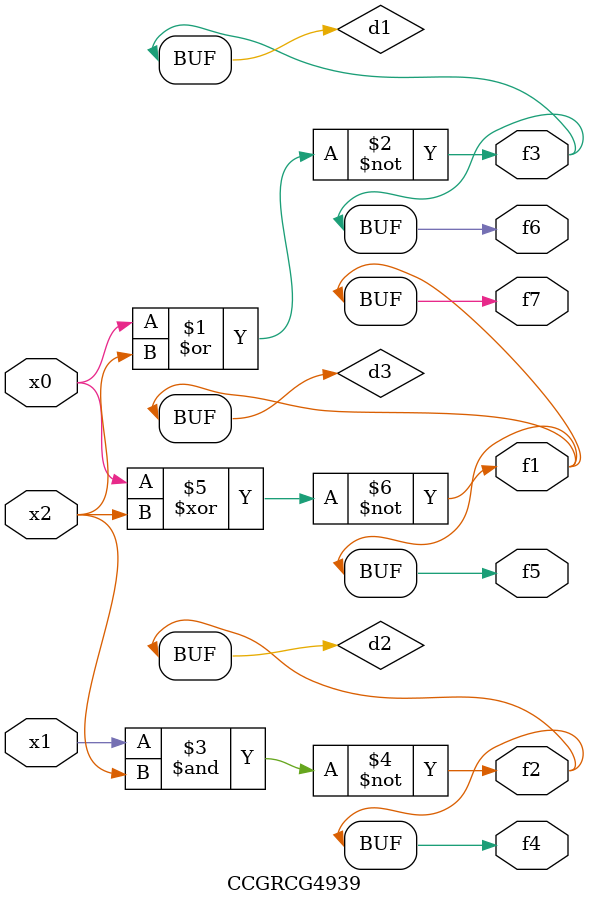
<source format=v>
module CCGRCG4939(
	input x0, x1, x2,
	output f1, f2, f3, f4, f5, f6, f7
);

	wire d1, d2, d3;

	nor (d1, x0, x2);
	nand (d2, x1, x2);
	xnor (d3, x0, x2);
	assign f1 = d3;
	assign f2 = d2;
	assign f3 = d1;
	assign f4 = d2;
	assign f5 = d3;
	assign f6 = d1;
	assign f7 = d3;
endmodule

</source>
